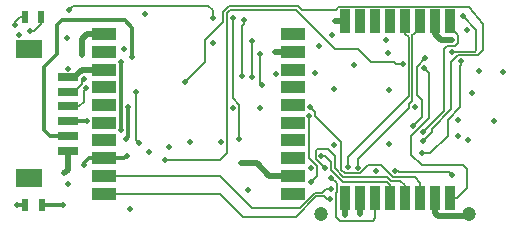
<source format=gtl>
G04 ================== begin FILE IDENTIFICATION RECORD ==================*
G04 Layout Name:  transponderRC2_4-10.brd*
G04 Film Name:    1_TOP*
G04 File Format:  Gerber RS274X*
G04 File Origin:  Cadence Allegro 17.2-S042*
G04 Origin Date:  Fri Nov 23 21:07:11 2018*
G04 *
G04 Layer:  VIA CLASS/TOP*
G04 Layer:  PIN/TOP*
G04 Layer:  ETCH/TOP*
G04 *
G04 Offset:    (0.0000 0.0000)*
G04 Mirror:    No*
G04 Mode:      Positive*
G04 Rotation:  0*
G04 FullContactRelief:  No*
G04 UndefLineWidth:     0.1500*
G04 ================== end FILE IDENTIFICATION RECORD ====================*
%FSAX55Y55*MOMM*%
%IR0*IPPOS*OFA0.00000B0.00000*MIA0B0*SFA1.00000B1.00000*%
%ADD10R,.6X1.*%
%ADD17R,.9X2.*%
%ADD15C,.1*%
%ADD13R,1.8X.7*%
%ADD11C,.5*%
%ADD14R,2.X1.*%
%ADD12R,2.2X1.6*%
%ADD16C,1.2*%
%ADD18C,.3*%
%ADD19C,.15*%
G75*
%LPD*%
G75*
G54D10*
X0000195000Y0000230000D03*
X0000190000Y0001820000D03*
X0000335000Y0000230000D03*
X0000330000Y0001820000D03*
G54D11*
G01X0000555000Y0000687500D02*
X0000555000Y0000525000D01*
X0000525000Y0000495000D01*
G01X0000555000Y0001312500D02*
X0000610000Y0001312500D01*
X0000672500Y0001375000D01*
X0000715000Y0001375000D01*
G01X0000860000Y0001375000D02*
X0000715000Y0001375000D01*
G01X0000675000Y0001495000D02*
X0000675000Y0001635000D01*
X0000715000Y0001675000D01*
X0000860000Y0001675000D01*
G01X0002021020Y0000581020D02*
X0002153980Y0000581020D01*
X0002260000Y0000475000D01*
X0002460000Y0000475000D01*
G01X0002460000Y0001525000D02*
X0002310000Y0001525000D01*
G01X0003031000Y0000285000D02*
X0003031000Y0000151000D01*
X0003032000Y0000150000D01*
G01X0002904000Y0000285000D02*
X0002904000Y0000146500D01*
X0002902500Y0000145000D01*
G01X0002815000Y0001785000D02*
X0002904000Y0001785000D01*
G01X0003955000Y0000150000D02*
X0003942780Y0000137780D01*
X0003687220Y0000137780D01*
X0003666000Y0000159000D01*
X0003666000Y0000285000D01*
G01X0003666000Y0001785000D02*
X0003666000Y0001675000D01*
X0003716000Y0001625000D01*
X0003810000Y0001625000D01*
X0000125000Y0000230000D03*
X0000235000Y0001700000D03*
X0000145000Y0001667500D03*
X0000110000Y0001755000D03*
X0000510000Y0000230000D03*
X0000553980Y0000403980D03*
X0000525000Y0000495000D03*
X0000555000Y0001382500D03*
X0000550000Y0001645000D03*
X0000565000Y0001880000D03*
X0000690000Y0000568440D03*
X0000720000Y0000937500D03*
X0000711770Y0001219810D03*
X0000693950Y0001297810D03*
X0000715000Y0001375000D03*
X0000675000Y0001495000D03*
X0001085000Y0000195000D03*
X0001052500Y0000645000D03*
X0001240000Y0000675000D03*
X0001155000Y0000750000D03*
X0001005000Y0000860000D03*
X0001050000Y0000790000D03*
X0001130000Y0001185000D03*
X0001060000Y0001060000D03*
X0001030000Y0001550000D03*
X0001100000Y0001485000D03*
X0001005000Y0001435000D03*
X0001205000Y0001845000D03*
X0001380000Y0000610000D03*
X0001590000Y0000760000D03*
X0001412500Y0000717500D03*
X0001545000Y0001265000D03*
X0002021020Y0000581020D03*
X0001852500Y0000760000D03*
X0002008060Y0000788060D03*
X0001950000Y0001050000D03*
X0001782500Y0001602500D03*
X0001950000Y0001810000D03*
X0001785000Y0001810000D03*
X0002076020Y0000351020D03*
X0002185000Y0001050000D03*
X0002195000Y0001245000D03*
X0002320000Y0001340000D03*
X0002310000Y0001525000D03*
X0002030000Y0001317500D03*
X0002115000Y0001315000D03*
X0002115000Y0001620000D03*
X0002180000Y0001510000D03*
X0002045000Y0001795000D03*
X0002610000Y0000540000D03*
X0002615000Y0000420000D03*
X0002700000Y0000640000D03*
X0002600000Y0000980000D03*
X0002605700Y0001059800D03*
X0002650220Y0001342230D03*
X0002680000Y0001575000D03*
X0003032000Y0000150000D03*
X0002902500Y0000145000D03*
X0002777890Y0000281570D03*
X0002736090Y0000541090D03*
X0002786470Y0000361110D03*
X0002785680Y0000458710D03*
X0003010000Y0000545000D03*
X0002925000Y0000547500D03*
X0002805000Y0000735000D03*
X0002810000Y0001210000D03*
X0002974230Y0001409490D03*
X0002795000Y0001670000D03*
X0002815000Y0001785000D03*
X0003167500Y0000517500D03*
X0003321340Y0000517500D03*
X0003275000Y0000745000D03*
X0003275000Y0001205000D03*
X0003245000Y0001625000D03*
X0003265000Y0001515000D03*
X0003392500Y0001420000D03*
X0003476410Y0000898590D03*
X0003558630Y0000767780D03*
X0003555000Y0000670000D03*
X0003563530Y0000847640D03*
X0003491500Y0001060000D03*
X0003580000Y0001470000D03*
X0003568850Y0001390780D03*
X0003805000Y0000485000D03*
X0003855000Y0000950000D03*
X0003860000Y0000810000D03*
X0003940000Y0000775000D03*
X0003975000Y0001180000D03*
X0004040000Y0001360000D03*
X0003810000Y0001625000D03*
X0003810000Y0001525000D03*
X0003880000Y0001445000D03*
X0003935000Y0001710000D03*
X0003900000Y0001825000D03*
X0004160000Y0000940000D03*
X0004240000Y0001350000D03*
G54D12*
X0000225000Y0000452500D03*
X0000225000Y0001547500D03*
G54D13*
X0000555000Y0000937500D03*
X0000555000Y0000812500D03*
X0000555000Y0000687500D03*
X0000555000Y0001312500D03*
X0000555000Y0001187500D03*
X0000555000Y0001062500D03*
G54D14*
X0000860000Y0000325000D03*
X0000860000Y0000475000D03*
X0000860000Y0000625000D03*
X0000860000Y0000775000D03*
X0000860000Y0000925000D03*
X0000860000Y0001075000D03*
X0000860000Y0001225000D03*
X0000860000Y0001375000D03*
X0000860000Y0001525000D03*
X0000860000Y0001675000D03*
X0002460000Y0000625000D03*
X0002460000Y0000475000D03*
X0002460000Y0000325000D03*
X0002460000Y0000925000D03*
X0002460000Y0000775000D03*
X0002460000Y0001225000D03*
X0002460000Y0001075000D03*
X0002460000Y0001675000D03*
X0002460000Y0001525000D03*
X0002460000Y0001375000D03*
G54D15*
X0001680000Y0001080000D03*
G54D16*
X0002700000Y0000150000D03*
X0003955000Y0000150000D03*
G54D17*
X0003031000Y0000285000D03*
X0002904000Y0000285000D03*
X0002904000Y0001785000D03*
X0003031000Y0001785000D03*
X0003412000Y0000285000D03*
X0003285000Y0000285000D03*
X0003158000Y0000285000D03*
X0003158000Y0001785000D03*
X0003285000Y0001785000D03*
X0003412000Y0001785000D03*
X0003666000Y0000285000D03*
X0003539000Y0000285000D03*
X0003539000Y0001785000D03*
X0003666000Y0001785000D03*
X0003793000Y0000285000D03*
X0003793000Y0001785000D03*
G54D18*
G01X0000195000Y0000230000D02*
X0000125000Y0000230000D01*
G01X0000335000Y0000230000D02*
X0000510000Y0000230000D01*
G01X0000555000Y0000812500D02*
X0000402500Y0000812500D01*
X0000355000Y0000860000D01*
X0000355000Y0001395000D01*
X0000465000Y0001505000D01*
X0000465000Y0001755000D01*
X0000505000Y0001795000D01*
X0001035000Y0001795000D01*
X0001100000Y0001730000D01*
X0001100000Y0001485000D01*
G01X0000720000Y0000937500D02*
X0000555000Y0000937500D01*
G01X0000690000Y0000568440D02*
X0000690000Y0000580000D01*
X0000735000Y0000625000D01*
X0000860000Y0000625000D01*
G01X0000860000Y0000625000D02*
X0001032500Y0000625000D01*
X0001052500Y0000645000D01*
G01X0001005000Y0001435000D02*
X0001005000Y0000860000D01*
G01X0001050000Y0000790000D02*
X0001060000Y0000800000D01*
X0001060000Y0001060000D01*
G01X0003031000Y0000290000D02*
X0003031000Y0000285000D01*
G01X0002904000Y0000290000D02*
X0002904000Y0000285000D01*
G01X0002820000Y0001790000D02*
X0002815000Y0001785000D01*
G01X0003666000Y0000290000D02*
X0003666000Y0000285000D01*
G01X0003666000Y0001790000D02*
X0003666000Y0001785000D01*
G54D19*
G01X0000330000Y0001820000D02*
X0000330000Y0001762500D01*
X0000267500Y0001700000D01*
X0000235000Y0001700000D01*
G01X0000190000Y0001820000D02*
X0000152500Y0001820000D01*
X0000110000Y0001777500D01*
X0000110000Y0001755000D01*
G01X0000711770Y0001219810D02*
X0000688780Y0001196820D01*
X0000688780Y0001098780D01*
X0000652500Y0001062500D01*
X0000555000Y0001062500D01*
G01X0000693950Y0001297810D02*
X0000670960Y0001274820D01*
X0000670960Y0001248460D01*
X0000610000Y0001187500D01*
X0000555000Y0001187500D01*
G01X0000565000Y0001880000D02*
X0000600000Y0001915000D01*
X0001745000Y0001915000D01*
X0001785000Y0001875000D01*
X0001785000Y0001810000D01*
G01X0002786470Y0000361110D02*
X0002741110Y0000361110D01*
X0002710000Y0000330000D01*
X0002646820Y0000330000D01*
X0002516820Y0000200000D01*
X0002115000Y0000200000D01*
X0001840000Y0000475000D01*
X0000860000Y0000475000D01*
G01X0000860000Y0000325000D02*
X0001840000Y0000325000D01*
X0002035000Y0000130000D01*
X0002490010Y0000130000D01*
X0002660010Y0000300000D01*
X0002726960Y0000300000D01*
X0002745390Y0000281570D01*
X0002777890Y0000281570D01*
G01X0001130000Y0001185000D02*
X0001130000Y0000775000D01*
X0001155000Y0000750000D01*
G01X0003392500Y0001420000D02*
X0003332500Y0001420000D01*
X0003312500Y0001440000D01*
X0003125000Y0001440000D01*
X0003015000Y0001550000D01*
X0002820000Y0001550000D01*
X0002490000Y0001880000D01*
X0001930000Y0001880000D01*
X0001900000Y0001850000D01*
X0001900000Y0000670000D01*
X0001840000Y0000610000D01*
X0001380000Y0000610000D01*
G01X0003558630Y0000767780D02*
X0003635000Y0000844150D01*
X0003635000Y0000875000D01*
X0003800000Y0001040000D01*
X0003800000Y0001440000D01*
X0003855000Y0001495000D01*
X0004025000Y0001495000D01*
X0004070000Y0001540000D01*
X0004070000Y0001757080D01*
X0003950110Y0001907500D01*
X0002849680Y0001907500D01*
X0002836500Y0001894320D01*
X0002836500Y0001890000D01*
X0002821500Y0001875000D01*
X0002537430Y0001875000D01*
X0002502430Y0001910000D01*
X0001917570Y0001910000D01*
X0001870000Y0001862430D01*
X0001870000Y0001780000D01*
X0001715000Y0001625000D01*
X0001715000Y0001435000D01*
X0001545000Y0001265000D01*
G01X0001950000Y0001810000D02*
X0001950000Y0001135000D01*
X0002008060Y0001076940D01*
X0002008060Y0000788060D01*
G01X0002195000Y0001245000D02*
X0002180000Y0001260000D01*
X0002180000Y0001510000D01*
G01X0002030000Y0001317500D02*
X0002030000Y0001747500D01*
X0002045000Y0001762500D01*
X0002045000Y0001795000D01*
G01X0002115000Y0001315000D02*
X0002115000Y0001620000D01*
G01X0003412000Y0000285000D02*
X0003412000Y0000393500D01*
X0003370500Y0000435000D01*
X0003292570Y0000435000D01*
X0003260070Y0000467500D01*
X0002886500Y0000467500D01*
X0002813590Y0000540410D01*
X0002813590Y0000646420D01*
X0002760010Y0000700000D01*
X0002667500Y0000700000D01*
X0002652500Y0000685000D01*
X0002652500Y0000620320D01*
X0002680320Y0000592500D01*
X0002684680Y0000592500D01*
X0002736090Y0000541090D01*
G01X0002600000Y0000980000D02*
X0002600000Y0000625000D01*
X0002665000Y0000560000D01*
X0002665000Y0000470000D01*
X0002615000Y0000420000D01*
G01X0002605700Y0001059800D02*
X0002647500Y0001018000D01*
X0002647500Y0000982500D01*
X0002870000Y0000760000D01*
X0002870000Y0000526430D01*
X0002898930Y0000497500D01*
X0003029680Y0000497500D01*
X0003097180Y0000565000D01*
X0003205000Y0000565000D01*
X0003305000Y0000465000D01*
X0003490000Y0000465000D01*
X0003539000Y0000416000D01*
X0003539000Y0000285000D01*
G01X0003158000Y0000285000D02*
X0003158000Y0000118000D01*
X0003135000Y0000095000D01*
X0002860000Y0000095000D01*
X0002825390Y0000129610D01*
X0002825390Y0000332850D01*
X0002833970Y0000341430D01*
X0002833970Y0000410420D01*
X0002785680Y0000458710D01*
G01X0002700000Y0000640000D02*
X0002732500Y0000640000D01*
X0002783590Y0000588910D01*
X0002783590Y0000527980D01*
X0002886570Y0000425000D01*
X0003253500Y0000425000D01*
X0003285000Y0000393500D01*
X0003285000Y0000285000D01*
G01X0003539000Y0001785000D02*
X0003539000Y0001730000D01*
X0003484680Y0001675680D01*
X0003479500Y0001675680D01*
X0003471820Y0001668000D01*
X0003471820Y0001107500D01*
X0003444000Y0001079680D01*
X0003444000Y0001049000D01*
X0003010000Y0000615000D01*
X0003010000Y0000545000D01*
G01X0003412000Y0001785000D02*
X0003412000Y0001677500D01*
X0003440000Y0001649500D01*
X0003440000Y0001150000D01*
X0002925000Y0000635000D01*
X0002925000Y0000547500D01*
G01X0003805000Y0000485000D02*
X0003779390Y0000510610D01*
X0003360730Y0000510610D01*
X0003353840Y0000517500D01*
X0003321340Y0000517500D01*
G01X0003793000Y0000285000D02*
X0003845500Y0000285000D01*
X0003935000Y0000374500D01*
X0003935000Y0000530000D01*
X0003900000Y0000565000D01*
X0003550000Y0000565000D01*
X0003460000Y0000655000D01*
X0003460000Y0000815000D01*
X0003610000Y0000965000D01*
X0003610000Y0001349630D01*
X0003568850Y0001390780D01*
G01X0003580000Y0001470000D02*
X0003510000Y0001400000D01*
X0003510000Y0001160000D01*
X0003550000Y0001120000D01*
X0003550000Y0000972180D01*
X0003476410Y0000898590D01*
G01X0003880000Y0001445000D02*
X0003880000Y0001412500D01*
X0003875000Y0001407500D01*
X0003875000Y0001055000D01*
X0003770000Y0000950000D01*
X0003770000Y0000815000D01*
X0003625000Y0000670000D01*
X0003555000Y0000670000D01*
G01X0003793000Y0001785000D02*
X0003793000Y0001730000D01*
X0003857500Y0001665500D01*
X0003857500Y0001600320D01*
X0003829680Y0001572500D01*
X0003790320Y0001572500D01*
X0003787820Y0001570000D01*
X0003762820Y0001570000D01*
X0003740000Y0001547180D01*
X0003740000Y0001024110D01*
X0003563530Y0000847640D01*
G01X0003539000Y0001790000D02*
X0003539000Y0001785000D01*
G01X0003412000Y0001790000D02*
X0003412000Y0001785000D01*
G01X0003810000Y0001525000D02*
X0003999390Y0001525000D01*
X0004014390Y0001540000D01*
X0004014390Y0001710610D01*
X0003900000Y0001825000D01*
M02*

</source>
